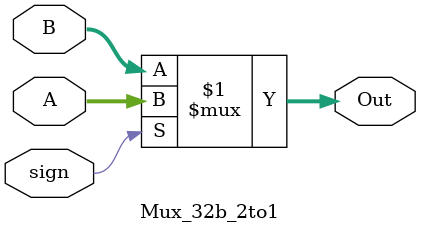
<source format=v>
module Mux_32b_2to1(A, B, sign, Out);
	
	input [31:0] A, B;
	input sign;
	output [31:0] Out;
	
	assign Out = sign ? A : B;
	
endmodule

</source>
